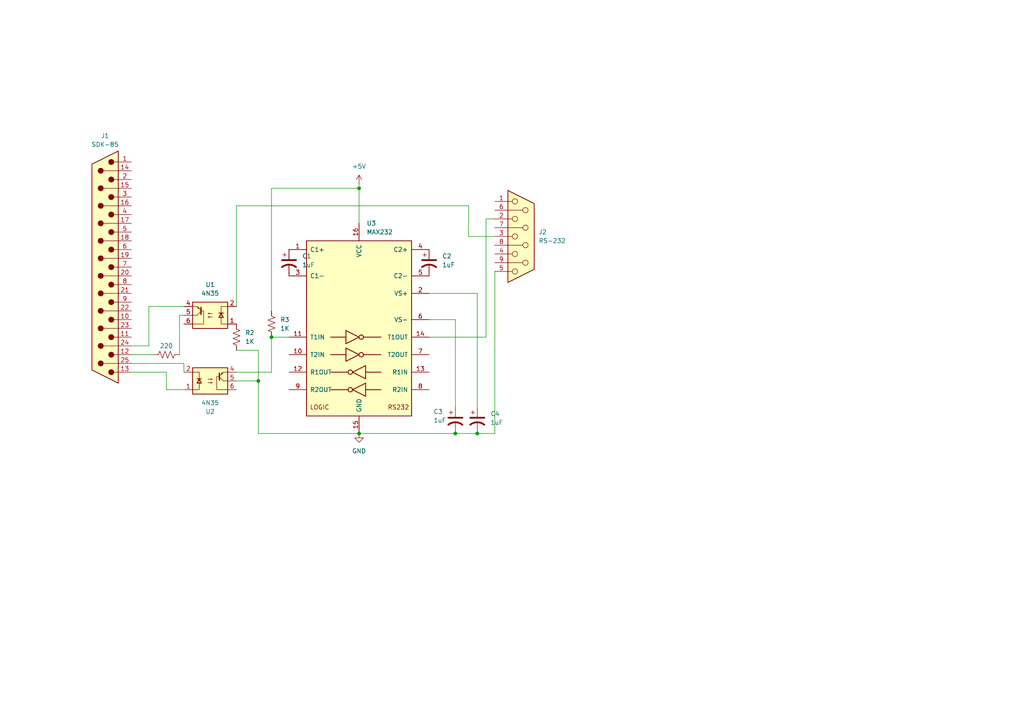
<source format=kicad_sch>
(kicad_sch (version 20230121) (generator eeschema)
  (paper "A4")
  (title_block (title "Current Loop Adapter") (date "2023-09-19") (company "Jim Shortz"))
  (lib_symbols
    (symbol "Connector:DB25_Plug" (pin_names (offset 1.016) hide)
      (property "Reference" "J" (at 0 34.29 0))
      (property "Value" "DB25_Plug" (at 0 -34.925 0))
      (symbol "DB25_Plug_0_1"
        (circle (center -1.778 -30.48) (radius 0.762) (fill (type outline)))
        (circle (center -1.778 -25.4) (radius 0.762) (fill (type outline)))
        (circle (center -1.778 -20.32) (radius 0.762) (fill (type outline)))
        (circle (center -1.778 -15.24) (radius 0.762) (fill (type outline)))
        (circle (center -1.778 -10.16) (radius 0.762) (fill (type outline)))
        (circle (center -1.778 -5.08) (radius 0.762) (fill (type outline)))
        (circle (center -1.778 0) (radius 0.762) (fill (type outline)))
        (circle (center -1.778 5.08) (radius 0.762) (fill (type outline)))
        (circle (center -1.778 10.16) (radius 0.762) (fill (type outline)))
        (circle (center -1.778 15.24) (radius 0.762) (fill (type outline)))
        (circle (center -1.778 20.32) (radius 0.762) (fill (type outline)))
        (circle (center -1.778 25.4) (radius 0.762) (fill (type outline)))
        (circle (center -1.778 30.48) (radius 0.762) (fill (type outline)))
        (polyline (pts (xy -3.81 -30.48) (xy -2.54 -30.48)))
        (polyline (pts (xy -3.81 -27.94) (xy 0.508 -27.94)))
        (polyline (pts (xy -3.81 -25.4) (xy -2.54 -25.4)))
        (polyline (pts (xy -3.81 -22.86) (xy 0.508 -22.86)))
        (polyline (pts (xy -3.81 -20.32) (xy -2.54 -20.32)))
        (polyline (pts (xy -3.81 -17.78) (xy 0.508 -17.78)))
        (polyline (pts (xy -3.81 -15.24) (xy -2.54 -15.24)))
        (polyline (pts (xy -3.81 -12.7) (xy 0.508 -12.7)))
        (polyline (pts (xy -3.81 -10.16) (xy -2.54 -10.16)))
        (polyline (pts (xy -3.81 -7.62) (xy 0.508 -7.62)))
        (polyline (pts (xy -3.81 -5.08) (xy -2.54 -5.08)))
        (polyline (pts (xy -3.81 -2.54) (xy 0.508 -2.54)))
        (polyline (pts (xy -3.81 0) (xy -2.54 0)))
        (polyline (pts (xy -3.81 2.54) (xy 0.508 2.54)))
        (polyline (pts (xy -3.81 5.08) (xy -2.54 5.08)))
        (polyline (pts (xy -3.81 7.62) (xy 0.508 7.62)))
        (polyline (pts (xy -3.81 10.16) (xy -2.54 10.16)))
        (polyline (pts (xy -3.81 12.7) (xy 0.508 12.7)))
        (polyline (pts (xy -3.81 15.24) (xy -2.54 15.24)))
        (polyline (pts (xy -3.81 17.78) (xy 0.508 17.78)))
        (polyline (pts (xy -3.81 20.32) (xy -2.54 20.32)))
        (polyline (pts (xy -3.81 22.86) (xy 0.508 22.86)))
        (polyline (pts (xy -3.81 25.4) (xy -2.54 25.4)))
        (polyline (pts (xy -3.81 27.94) (xy 0.508 27.94)))
        (polyline (pts (xy -3.81 30.48) (xy -2.54 30.48)))
        (polyline (pts (xy -3.81 -33.655) (xy 3.81 -29.845) (xy 3.81 29.845) (xy -3.81 33.655) (xy -3.81 -33.655)) (stroke (width 0.254)) (fill (type background)))
        (circle (center 1.27 -27.94) (radius 0.762) (fill (type outline)))
        (circle (center 1.27 -22.86) (radius 0.762) (fill (type outline)))
        (circle (center 1.27 -17.78) (radius 0.762) (fill (type outline)))
        (circle (center 1.27 -12.7) (radius 0.762) (fill (type outline)))
        (circle (center 1.27 -7.62) (radius 0.762) (fill (type outline)))
        (circle (center 1.27 -2.54) (radius 0.762) (fill (type outline)))
        (circle (center 1.27 2.54) (radius 0.762) (fill (type outline)))
        (circle (center 1.27 7.62) (radius 0.762) (fill (type outline)))
        (circle (center 1.27 12.7) (radius 0.762) (fill (type outline)))
        (circle (center 1.27 17.78) (radius 0.762) (fill (type outline)))
        (circle (center 1.27 22.86) (radius 0.762) (fill (type outline)))
        (circle (center 1.27 27.94) (radius 0.762) (fill (type outline)))
      )
      (symbol "DB25_Plug_1_1"
        (pin passive line (at -7.62 -30.48 0) (length 3.81) (name "1") (number "1"))
        (pin passive line (at -7.62 15.24 0) (length 3.81) (name "10") (number "10"))
        (pin passive line (at -7.62 20.32 0) (length 3.81) (name "11") (number "11"))
        (pin passive line (at -7.62 25.4 0) (length 3.81) (name "12") (number "12"))
        (pin passive line (at -7.62 30.48 0) (length 3.81) (name "13") (number "13"))
        (pin passive line (at -7.62 -27.94 0) (length 3.81) (name "P14") (number "14"))
        (pin passive line (at -7.62 -22.86 0) (length 3.81) (name "P15") (number "15"))
        (pin passive line (at -7.62 -17.78 0) (length 3.81) (name "P16") (number "16"))
        (pin passive line (at -7.62 -12.7 0) (length 3.81) (name "P17") (number "17"))
        (pin passive line (at -7.62 -7.62 0) (length 3.81) (name "P18") (number "18"))
        (pin passive line (at -7.62 -2.54 0) (length 3.81) (name "P19") (number "19"))
        (pin passive line (at -7.62 -25.4 0) (length 3.81) (name "2") (number "2"))
        (pin passive line (at -7.62 2.54 0) (length 3.81) (name "P20") (number "20"))
        (pin passive line (at -7.62 7.62 0) (length 3.81) (name "P21") (number "21"))
        (pin passive line (at -7.62 12.7 0) (length 3.81) (name "P22") (number "22"))
        (pin passive line (at -7.62 17.78 0) (length 3.81) (name "P23") (number "23"))
        (pin passive line (at -7.62 22.86 0) (length 3.81) (name "P24") (number "24"))
        (pin passive line (at -7.62 27.94 0) (length 3.81) (name "P25") (number "25"))
        (pin passive line (at -7.62 -20.32 0) (length 3.81) (name "3") (number "3"))
        (pin passive line (at -7.62 -15.24 0) (length 3.81) (name "4") (number "4"))
        (pin passive line (at -7.62 -10.16 0) (length 3.81) (name "5") (number "5"))
        (pin passive line (at -7.62 -5.08 0) (length 3.81) (name "6") (number "6"))
        (pin passive line (at -7.62 0 0) (length 3.81) (name "7") (number "7"))
        (pin passive line (at -7.62 5.08 0) (length 3.81) (name "8") (number "8"))
        (pin passive line (at -7.62 10.16 0) (length 3.81) (name "9") (number "9"))
      )
    )
    (symbol "Connector:DE9_Receptacle" (pin_names (offset 1.016) hide)
      (property "Reference" "J" (at 0 13.97 0))
      (property "Value" "DE9_Receptacle" (at 0 -14.605 0))
      (symbol "DE9_Receptacle_0_1"
        (circle (center -1.778 -10.16) (radius 0.762))
        (circle (center -1.778 -5.08) (radius 0.762))
        (circle (center -1.778 0) (radius 0.762))
        (circle (center -1.778 5.08) (radius 0.762))
        (circle (center -1.778 10.16) (radius 0.762))
        (polyline (pts (xy -3.81 -10.16) (xy -2.54 -10.16)))
        (polyline (pts (xy -3.81 -7.62) (xy 0.508 -7.62)))
        (polyline (pts (xy -3.81 -5.08) (xy -2.54 -5.08)))
        (polyline (pts (xy -3.81 -2.54) (xy 0.508 -2.54)))
        (polyline (pts (xy -3.81 0) (xy -2.54 0)))
        (polyline (pts (xy -3.81 2.54) (xy 0.508 2.54)))
        (polyline (pts (xy -3.81 5.08) (xy -2.54 5.08)))
        (polyline (pts (xy -3.81 7.62) (xy 0.508 7.62)))
        (polyline (pts (xy -3.81 10.16) (xy -2.54 10.16)))
        (polyline (pts (xy -3.81 13.335) (xy -3.81 -13.335) (xy 3.81 -9.525) (xy 3.81 9.525) (xy -3.81 13.335)) (stroke (width 0.254)) (fill (type background)))
        (circle (center 1.27 -7.62) (radius 0.762))
        (circle (center 1.27 -2.54) (radius 0.762))
        (circle (center 1.27 2.54) (radius 0.762))
        (circle (center 1.27 7.62) (radius 0.762))
      )
      (symbol "DE9_Receptacle_1_1"
        (pin passive line (at -7.62 10.16 0) (length 3.81) (name "1") (number "1"))
        (pin passive line (at -7.62 5.08 0) (length 3.81) (name "2") (number "2"))
        (pin passive line (at -7.62 0 0) (length 3.81) (name "3") (number "3"))
        (pin passive line (at -7.62 -5.08 0) (length 3.81) (name "4") (number "4"))
        (pin passive line (at -7.62 -10.16 0) (length 3.81) (name "5") (number "5"))
        (pin passive line (at -7.62 7.62 0) (length 3.81) (name "6") (number "6"))
        (pin passive line (at -7.62 2.54 0) (length 3.81) (name "7") (number "7"))
        (pin passive line (at -7.62 -2.54 0) (length 3.81) (name "8") (number "8"))
        (pin passive line (at -7.62 -7.62 0) (length 3.81) (name "9") (number "9"))
      )
    )
    (symbol "Device:C_Polarized_US" (pin_numbers hide) (pin_names (offset 0.254) hide)
      (property "Reference" "C" (at 0.635 2.54 0))
      (property "Value" "C_Polarized_US" (at 0.635 -2.54 0))
      (symbol "C_Polarized_US_0_1"
        (polyline (pts (xy -2.032 0.762) (xy 2.032 0.762)) (stroke (width 0.508)))
        (polyline (pts (xy -1.778 2.286) (xy -0.762 2.286)))
        (polyline (pts (xy -1.27 1.778) (xy -1.27 2.794)))
        (arc (start 2.032 -1.27) (mid 0 -0.5572) (end -2.032 -1.27) (stroke (width 0.508)))
      )
      (symbol "C_Polarized_US_1_1"
        (pin passive line (at 0 3.81 270) (length 2.794) (name "~") (number "1"))
        (pin passive line (at 0 -3.81 90) (length 3.302) (name "~") (number "2"))
      )
    )
    (symbol "Device:R_US" (pin_numbers hide) (pin_names (offset 0))
      (property "Reference" "R" (at 2.54 0 90))
      (property "Value" "R_US" (at -2.54 0 90))
      (symbol "R_US_0_1"
        (polyline (pts (xy 0 -2.286) (xy 0 -2.54)))
        (polyline (pts (xy 0 2.286) (xy 0 2.54)))
        (polyline (pts (xy 0 -0.762) (xy 1.016 -1.143) (xy 0 -1.524) (xy -1.016 -1.905) (xy 0 -2.286)))
        (polyline (pts (xy 0 0.762) (xy 1.016 0.381) (xy 0 0) (xy -1.016 -0.381) (xy 0 -0.762)))
        (polyline (pts (xy 0 2.286) (xy 1.016 1.905) (xy 0 1.524) (xy -1.016 1.143) (xy 0 0.762)))
      )
      (symbol "R_US_1_1"
        (pin passive line (at 0 3.81 270) (length 1.27) (name "~") (number "1"))
        (pin passive line (at 0 -3.81 90) (length 1.27) (name "~") (number "2"))
      )
    )
    (symbol "Interface_UART:MAX232" (pin_names (offset 1.016))
      (property "Reference" "U" (at -2.54 28.575 0))
      (property "Value" "MAX232" (at -2.54 26.67 0))
      (symbol "MAX232_0_0"
        (text "LOGIC" (at -11.43 -22.86 0) (effects (font (size 1.27 1.27))))
        (text "RS232" (at 11.43 -22.86 0) (effects (font (size 1.27 1.27))))
      )
      (symbol "MAX232_0_1"
        (rectangle (start -15.24 -25.4) (end 15.24 25.4) (stroke (width 0.254)) (fill (type background)))
        (circle (center -2.54 -17.78) (radius 0.635) (stroke (width 0.254)))
        (circle (center -2.54 -12.7) (radius 0.635) (stroke (width 0.254)))
        (polyline (pts (xy -3.81 -7.62) (xy -8.255 -7.62)) (stroke (width 0.254)))
        (polyline (pts (xy -3.81 -2.54) (xy -8.255 -2.54)) (stroke (width 0.254)))
        (polyline (pts (xy -3.175 -17.78) (xy -8.255 -17.78)) (stroke (width 0.254)))
        (polyline (pts (xy -3.175 -12.7) (xy -8.255 -12.7)) (stroke (width 0.254)))
        (polyline (pts (xy 1.27 -7.62) (xy 6.35 -7.62)) (stroke (width 0.254)))
        (polyline (pts (xy 1.27 -2.54) (xy 6.35 -2.54)) (stroke (width 0.254)))
        (polyline (pts (xy 1.905 -17.78) (xy 6.35 -17.78)) (stroke (width 0.254)))
        (polyline (pts (xy 1.905 -12.7) (xy 6.35 -12.7)) (stroke (width 0.254)))
        (polyline (pts (xy -3.81 -5.715) (xy -3.81 -9.525) (xy 0 -7.62) (xy -3.81 -5.715)) (stroke (width 0.254)))
        (polyline (pts (xy -3.81 -0.635) (xy -3.81 -4.445) (xy 0 -2.54) (xy -3.81 -0.635)) (stroke (width 0.254)))
        (polyline (pts (xy 1.905 -15.875) (xy 1.905 -19.685) (xy -1.905 -17.78) (xy 1.905 -15.875)) (stroke (width 0.254)))
        (polyline (pts (xy 1.905 -10.795) (xy 1.905 -14.605) (xy -1.905 -12.7) (xy 1.905 -10.795)) (stroke (width 0.254)))
        (circle (center 0.635 -7.62) (radius 0.635) (stroke (width 0.254)))
        (circle (center 0.635 -2.54) (radius 0.635) (stroke (width 0.254)))
      )
      (symbol "MAX232_1_1"
        (pin passive line (at -20.32 22.86 0) (length 5.08) (name "C1+") (number "1"))
        (pin input line (at -20.32 -7.62 0) (length 5.08) (name "T2IN") (number "10"))
        (pin input line (at -20.32 -2.54 0) (length 5.08) (name "T1IN") (number "11"))
        (pin output line (at -20.32 -12.7 0) (length 5.08) (name "R1OUT") (number "12"))
        (pin input line (at 20.32 -12.7 180) (length 5.08) (name "R1IN") (number "13"))
        (pin output line (at 20.32 -2.54 180) (length 5.08) (name "T1OUT") (number "14"))
        (pin power_in line (at 0 -30.48 90) (length 5.08) (name "GND") (number "15"))
        (pin power_in line (at 0 30.48 270) (length 5.08) (name "VCC") (number "16"))
        (pin power_out line (at 20.32 10.16 180) (length 5.08) (name "VS+") (number "2"))
        (pin passive line (at -20.32 15.24 0) (length 5.08) (name "C1-") (number "3"))
        (pin passive line (at 20.32 22.86 180) (length 5.08) (name "C2+") (number "4"))
        (pin passive line (at 20.32 15.24 180) (length 5.08) (name "C2-") (number "5"))
        (pin power_out line (at 20.32 2.54 180) (length 5.08) (name "VS-") (number "6"))
        (pin output line (at 20.32 -7.62 180) (length 5.08) (name "T2OUT") (number "7"))
        (pin input line (at 20.32 -17.78 180) (length 5.08) (name "R2IN") (number "8"))
        (pin output line (at -20.32 -17.78 0) (length 5.08) (name "R2OUT") (number "9"))
      )
    )
    (symbol "Isolator:4N35" (pin_names (offset 1.016))
      (property "Reference" "U" (at -5.08 5.08 0))
      (property "Value" "4N35" (at 0 5.08 0))
      (symbol "4N35_0_1"
        (rectangle (start -5.08 3.81) (end 5.08 -3.81) (stroke (width 0.254)) (fill (type background)))
        (polyline (pts (xy -3.81 -0.635) (xy -2.54 -0.635)) (stroke (width 0.254)))
        (polyline (pts (xy 2.667 -1.397) (xy 3.81 -2.54)))
        (polyline (pts (xy 2.667 -1.143) (xy 3.81 0)))
        (polyline (pts (xy 3.81 -2.54) (xy 5.08 -2.54)))
        (polyline (pts (xy 3.81 0) (xy 5.08 0)))
        (polyline (pts (xy 2.667 -0.254) (xy 2.667 -2.286) (xy 2.667 -2.286)) (stroke (width 0.3556)))
        (polyline (pts (xy -5.08 -2.54) (xy -3.175 -2.54) (xy -3.175 2.54) (xy -5.08 2.54)))
        (polyline (pts (xy -3.175 -0.635) (xy -3.81 0.635) (xy -2.54 0.635) (xy -3.175 -0.635)) (stroke (width 0.254)))
        (polyline (pts (xy 3.683 -2.413) (xy 3.429 -1.905) (xy 3.175 -2.159) (xy 3.683 -2.413)))
        (polyline (pts (xy 5.08 2.54) (xy 1.905 2.54) (xy 1.905 -1.27) (xy 2.54 -1.27)))
        (polyline (pts (xy -0.635 -0.508) (xy 0.635 -0.508) (xy 0.254 -0.635) (xy 0.254 -0.381) (xy 0.635 -0.508)))
        (polyline (pts (xy -0.635 0.508) (xy 0.635 0.508) (xy 0.254 0.381) (xy 0.254 0.635) (xy 0.635 0.508)))
      )
      (symbol "4N35_1_1"
        (pin passive line (at -7.62 2.54 0) (length 2.54) (name "~") (number "1"))
        (pin passive line (at -7.62 -2.54 0) (length 2.54) (name "~") (number "2"))
        (pin no_connect line (at -5.08 0 0) (length 2.54) hide (name "NC") (number "3"))
        (pin passive line (at 7.62 -2.54 180) (length 2.54) (name "~") (number "4"))
        (pin passive line (at 7.62 0 180) (length 2.54) (name "~") (number "5"))
        (pin passive line (at 7.62 2.54 180) (length 2.54) (name "~") (number "6"))
      )
    )
    (symbol "power:+5V" (power) (pin_names (offset 0))
      (property "Value" "+5V" (at 0 3.556 0))
      (symbol "+5V_0_1"
        (polyline (pts (xy -0.762 1.27) (xy 0 2.54)))
        (polyline (pts (xy 0 0) (xy 0 2.54)))
        (polyline (pts (xy 0 2.54) (xy 0.762 1.27)))
      )
      (symbol "+5V_1_1"
        (pin power_in line (at 0 0 90) (length 0) hide (name "+5V") (number "1"))
      )
    )
    (symbol "power:GND" (power) (pin_names (offset 0))
      (property "Value" "GND" (at 0 -3.81 0))
      (symbol "GND_0_1"
        (polyline (pts (xy 0 0) (xy 0 -1.27) (xy 1.27 -1.27) (xy 0 -2.54) (xy -1.27 -1.27) (xy 0 -1.27)))
      )
      (symbol "GND_1_1"
        (pin power_in line (at 0 0 270) (length 0) hide (name "GND") (number "1"))
      )
    )
  )
  (junction (at 138.43 125.73))
  (junction (at 104.14 125.73))
  (junction (at 104.14 54.61))
  (junction (at 74.93 110.49))
  (junction (at 132.08 125.73))
  (junction (at 78.74 97.79))
  (wire (pts (xy 68.58 110.49) (xy 74.93 110.49)))
  (wire (pts (xy 104.14 53.34) (xy 104.14 54.61)))
  (wire (pts (xy 53.34 105.41) (xy 53.34 107.95)))
  (wire (pts (xy 53.34 91.44) (xy 52.07 91.44)))
  (wire (pts (xy 104.14 125.73) (xy 132.08 125.73)))
  (wire (pts (xy 78.74 90.17) (xy 78.74 54.61)))
  (wire (pts (xy 38.1 100.33) (xy 43.18 100.33)))
  (wire (pts (xy 52.07 91.44) (xy 52.07 102.87)))
  (wire (pts (xy 124.46 92.71) (xy 132.08 92.71)))
  (wire (pts (xy 138.43 125.73) (xy 132.08 125.73)))
  (wire (pts (xy 143.51 68.58) (xy 135.89 68.58)))
  (wire (pts (xy 74.93 125.73) (xy 104.14 125.73)))
  (wire (pts (xy 78.74 97.79) (xy 78.74 107.95)))
  (wire (pts (xy 143.51 125.73) (xy 138.43 125.73)))
  (wire (pts (xy 43.18 100.33) (xy 43.18 88.9)))
  (wire (pts (xy 124.46 97.79) (xy 140.97 97.79)))
  (wire (pts (xy 68.58 101.6) (xy 74.93 101.6)))
  (wire (pts (xy 138.43 85.09) (xy 138.43 118.11)))
  (wire (pts (xy 38.1 107.95) (xy 48.26 107.95)))
  (wire (pts (xy 68.58 59.69) (xy 68.58 88.9)))
  (wire (pts (xy 74.93 110.49) (xy 74.93 125.73)))
  (wire (pts (xy 143.51 78.74) (xy 143.51 125.73)))
  (wire (pts (xy 43.18 88.9) (xy 53.34 88.9)))
  (wire (pts (xy 38.1 102.87) (xy 44.45 102.87)))
  (wire (pts (xy 104.14 54.61) (xy 104.14 64.77)))
  (wire (pts (xy 78.74 107.95) (xy 68.58 107.95)))
  (wire (pts (xy 135.89 68.58) (xy 135.89 59.69)))
  (wire (pts (xy 48.26 113.03) (xy 53.34 113.03)))
  (wire (pts (xy 78.74 97.79) (xy 83.82 97.79)))
  (wire (pts (xy 38.1 105.41) (xy 53.34 105.41)))
  (wire (pts (xy 140.97 63.5) (xy 143.51 63.5)))
  (wire (pts (xy 140.97 97.79) (xy 140.97 63.5)))
  (wire (pts (xy 48.26 107.95) (xy 48.26 113.03)))
  (wire (pts (xy 74.93 101.6) (xy 74.93 110.49)))
  (wire (pts (xy 78.74 54.61) (xy 104.14 54.61)))
  (wire (pts (xy 132.08 92.71) (xy 132.08 118.11)))
  (wire (pts (xy 135.89 59.69) (xy 68.58 59.69)))
  (wire (pts (xy 124.46 85.09) (xy 138.43 85.09)))
  (symbol (lib_id "Device:R_US") (at 68.58 97.79 0) (unit 1)
    (property "Reference" "R2" (at 71.12 96.52 0) (effects (justify left)))
    (property "Value" "1K" (at 71.12 99.06 0) (effects (justify left)))
  )
  (symbol (lib_id "Isolator:4N35") (at 60.96 91.44 180) (unit 1)
    (property "Reference" "U1" (at 60.96 82.55 0))
    (property "Value" "4N35" (at 60.96 85.09 0))
    (property "Footprint" "Package_DIP:DIP-6_W7.62mm" (effects hide))
    (property "Datasheet" "https://www.vishay.com/docs/81181/4n35.pdf" (effects hide))
  )
  (symbol (lib_id "power:GND") (at 104.14 125.73 0) (unit 1)
    (property "Reference" "#PWR01" (effects hide))
    (property "Value" "GND" (at 104.14 130.81 0))
  )
  (symbol (lib_id "Interface_UART:MAX232") (at 104.14 95.25 0) (unit 1)
    (property "Reference" "U3" (at 106.3341 64.77 0) (effects (justify left)))
    (property "Value" "MAX232" (at 106.3341 67.31 0) (effects (justify left)))
    (property "Datasheet" "http://www.ti.com/lit/ds/symlink/max232.pdf" (effects hide))
  )
  (symbol (lib_id "Connector:DB25_Plug") (at 30.48 77.47 180) (unit 1)
    (property "Reference" "J1" (at 30.48 39.37 0))
    (property "Value" "SDK-85" (at 30.48 41.91 0))
    (property "Datasheet" " ~" (effects hide))
  )
  (symbol (lib_id "Device:C_Polarized_US") (at 124.46 76.2 0) (unit 1)
    (property "Reference" "C2" (at 128.27 74.295 0) (effects (justify left)))
    (property "Value" "1uF" (at 128.27 76.835 0) (effects (justify left)))
  )
  (symbol (lib_id "Device:C_Polarized_US") (at 132.08 121.92 0) (unit 1)
    (property "Reference" "C3" (at 125.73 119.38 0) (effects (justify left)))
    (property "Value" "1uF" (at 125.73 121.92 0) (effects (justify left)))
  )
  (symbol (lib_id "Device:R_US") (at 48.26 102.87 270) (unit 1)
    (property "Reference" "R1" (effects hide))
    (property "Value" "220" (at 48.26 100.33 90))
  )
  (symbol (lib_id "Isolator:4N35") (at 60.96 110.49 0) (mirror x) (unit 1)
    (property "Reference" "U2" (at 60.96 119.38 0))
    (property "Value" "4N35" (at 60.96 116.84 0))
    (property "Footprint" "Package_DIP:DIP-6_W7.62mm" (effects hide))
    (property "Datasheet" "https://www.vishay.com/docs/81181/4n35.pdf" (effects hide))
  )
  (symbol (lib_id "Device:C_Polarized_US") (at 83.82 76.2 0) (unit 1)
    (property "Reference" "C1" (at 87.63 74.295 0) (effects (justify left)))
    (property "Value" "1uF" (at 87.63 76.835 0) (effects (justify left)))
  )
  (symbol (lib_id "power:+5V") (at 104.14 53.34 0) (unit 1)
    (property "Reference" "#PWR02" (effects hide))
    (property "Value" "+5V" (at 104.14 48.26 0))
  )
  (symbol (lib_id "Device:C_Polarized_US") (at 138.43 121.92 0) (unit 1)
    (property "Reference" "C4" (at 142.24 120.015 0) (effects (justify left)))
    (property "Value" "1uF" (at 142.24 122.555 0) (effects (justify left)))
  )
  (symbol (lib_id "Device:R_US") (at 78.74 93.98 0) (unit 1)
    (property "Reference" "R3" (at 81.28 92.71 0) (effects (justify left)))
    (property "Value" "1K" (at 81.28 95.25 0) (effects (justify left)))
  )
  (symbol (lib_id "Connector:DE9_Receptacle") (at 151.13 68.58 0) (unit 1)
    (property "Reference" "J2" (at 156.21 67.31 0) (effects (justify left)))
    (property "Value" "RS-232" (at 156.21 69.85 0) (effects (justify left)))
    (property "Datasheet" " ~" (effects hide))
  )
)
</source>
